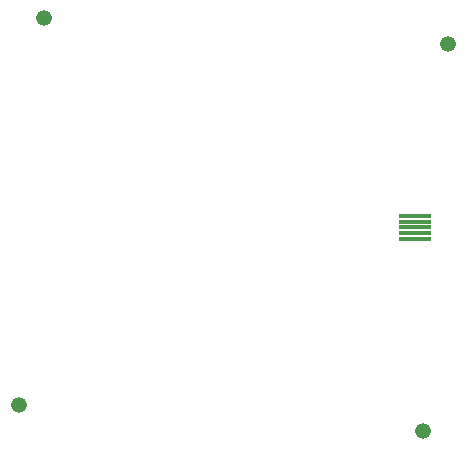
<source format=gbs>
G04 Layer_Color=16711935*
%FSTAX42Y42*%
%MOMM*%
G71*
G01*
G75*
%ADD99R,2.70X0.40*%
%ADD132C,1.34*%
D99*
X021777Y018463D02*
D03*
Y018513D02*
D03*
Y018613D02*
D03*
Y018563D02*
D03*
Y018413D02*
D03*
D132*
X018427Y017011D02*
D03*
X022058Y020065D02*
D03*
X01864Y020285D02*
D03*
X021847Y016787D02*
D03*
M02*

</source>
